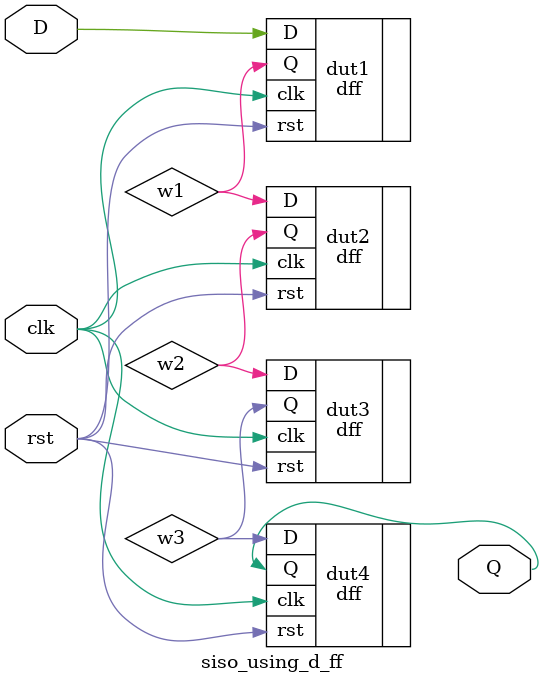
<source format=v>
`timescale 1ns / 1ps


module siso_using_d_ff(input clk,D,rst,output Q);
wire w1,w2,w3;
dff dut1(.clk(clk),.D(D),.Q(w1),.rst(rst));
dff dut2(.clk(clk),.D(w1),.Q(w2),.rst(rst));
dff dut3(.clk(clk),.D(w2),.Q(w3),.rst(rst));
dff dut4(.clk(clk),.D(w3),.Q(Q),.rst(rst));
endmodule

</source>
